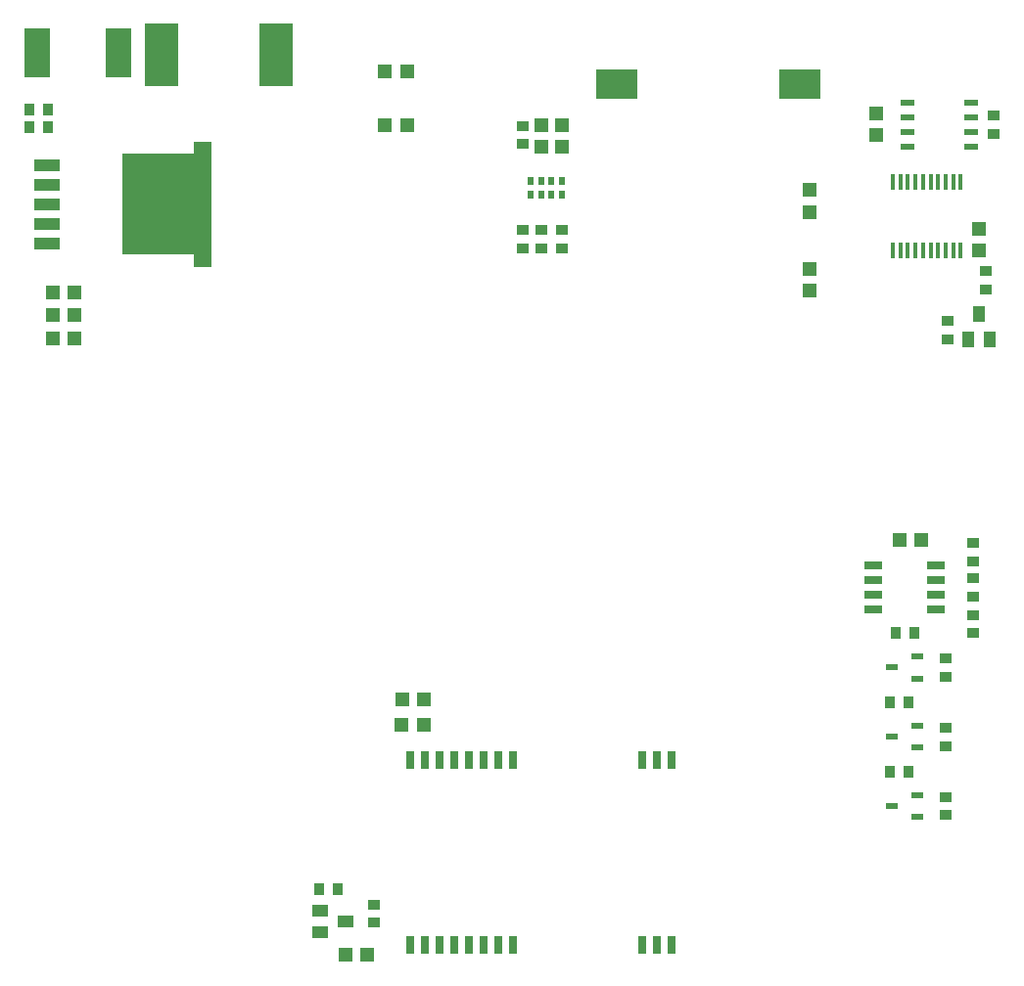
<source format=gtp>
G04*
G04 #@! TF.GenerationSoftware,Altium Limited,Altium Designer,24.5.2 (23)*
G04*
G04 Layer_Color=8421504*
%FSLAX25Y25*%
%MOIN*%
G70*
G04*
G04 #@! TF.SameCoordinates,D9AB97F9-1AC5-4164-BAAC-020872C2D9A0*
G04*
G04*
G04 #@! TF.FilePolarity,Positive*
G04*
G01*
G75*
%ADD16R,0.04724X0.05118*%
%ADD17R,0.08504X0.04213*%
%ADD18R,0.03937X0.05512*%
%ADD19R,0.05512X0.03937*%
%ADD20R,0.03150X0.05906*%
%ADD21R,0.14173X0.10236*%
%ADD22R,0.01772X0.05709*%
%ADD23R,0.01968X0.03150*%
%ADD24R,0.04016X0.03701*%
%ADD25R,0.05118X0.04724*%
%ADD26R,0.03701X0.04016*%
%ADD27R,0.11417X0.21260*%
%ADD28R,0.08661X0.16929*%
%ADD29R,0.04134X0.02362*%
%ADD30R,0.06016X0.02559*%
%ADD31R,0.05118X0.02362*%
G36*
X153616Y240951D02*
X147829D01*
Y245085D01*
X123419D01*
Y279337D01*
X147829D01*
Y283471D01*
X153616D01*
Y240951D01*
D02*
G37*
D16*
X107087Y216535D02*
D03*
X99606D02*
D03*
Y224410D02*
D03*
X107087D02*
D03*
X99606Y232283D02*
D03*
X107087D02*
D03*
X218465Y84646D02*
D03*
X225945D02*
D03*
X220286Y307424D02*
D03*
X212806D02*
D03*
X206754Y6344D02*
D03*
X199274D02*
D03*
X220286Y289075D02*
D03*
X212806D02*
D03*
X218701Y93341D02*
D03*
X226181D02*
D03*
X395472Y147638D02*
D03*
X387992D02*
D03*
D17*
X97829Y248825D02*
D03*
Y255518D02*
D03*
Y262211D02*
D03*
Y268904D02*
D03*
Y275597D02*
D03*
D18*
X411221Y216138D02*
D03*
X418701D02*
D03*
X414961Y224799D02*
D03*
D19*
X190551Y21457D02*
D03*
Y13976D02*
D03*
X199213Y17717D02*
D03*
D20*
X251220Y72835D02*
D03*
X246220D02*
D03*
X241220D02*
D03*
X236221D02*
D03*
X231221D02*
D03*
X226220D02*
D03*
X221220D02*
D03*
X256221D02*
D03*
X226220Y9843D02*
D03*
X231221D02*
D03*
X236221D02*
D03*
X241220D02*
D03*
X246220D02*
D03*
X251220D02*
D03*
X256221D02*
D03*
X221220D02*
D03*
X300197Y72835D02*
D03*
X305197D02*
D03*
X310197D02*
D03*
X300197Y9843D02*
D03*
X305197D02*
D03*
X310197D02*
D03*
D21*
X291752Y303150D02*
D03*
X353917D02*
D03*
D22*
X385729Y246440D02*
D03*
X388287D02*
D03*
X390847D02*
D03*
X393406D02*
D03*
X395965D02*
D03*
X398524D02*
D03*
X401083D02*
D03*
X403642D02*
D03*
X406201D02*
D03*
X408760D02*
D03*
X385729Y269668D02*
D03*
X388287D02*
D03*
X390847D02*
D03*
X393406D02*
D03*
X395965D02*
D03*
X398524D02*
D03*
X401083D02*
D03*
X403642D02*
D03*
X406201D02*
D03*
X408760D02*
D03*
D23*
X262402Y270079D02*
D03*
X265945D02*
D03*
X269488D02*
D03*
X273031D02*
D03*
Y265354D02*
D03*
X269488D02*
D03*
X265945D02*
D03*
X262402D02*
D03*
D24*
X259693Y282659D02*
D03*
Y288880D02*
D03*
Y247195D02*
D03*
Y253415D02*
D03*
X266071Y247195D02*
D03*
Y253415D02*
D03*
X273012Y247195D02*
D03*
Y253415D02*
D03*
X208895Y23586D02*
D03*
Y17365D02*
D03*
X413175Y146632D02*
D03*
Y140412D02*
D03*
Y128595D02*
D03*
Y134815D02*
D03*
X404228Y222481D02*
D03*
Y216261D02*
D03*
X417323Y239331D02*
D03*
Y233110D02*
D03*
X420130Y292480D02*
D03*
Y286260D02*
D03*
X413175Y115984D02*
D03*
Y122205D02*
D03*
X403543Y77598D02*
D03*
Y83819D02*
D03*
Y53976D02*
D03*
Y60197D02*
D03*
Y101221D02*
D03*
Y107441D02*
D03*
D25*
X273012Y281792D02*
D03*
Y289272D02*
D03*
X266071Y281792D02*
D03*
Y289272D02*
D03*
X414961Y246440D02*
D03*
Y253920D02*
D03*
X357465Y259558D02*
D03*
Y267038D02*
D03*
Y240268D02*
D03*
Y232787D02*
D03*
X379910Y285630D02*
D03*
Y293110D02*
D03*
D26*
X196725Y28799D02*
D03*
X190504D02*
D03*
X91845Y288430D02*
D03*
X98066D02*
D03*
X98066Y294335D02*
D03*
X91845D02*
D03*
X386653Y116142D02*
D03*
X392874D02*
D03*
X390905Y92520D02*
D03*
X384685D02*
D03*
X390905Y68898D02*
D03*
X384685D02*
D03*
D27*
X175575Y313072D02*
D03*
X136599D02*
D03*
D28*
X121885Y313677D02*
D03*
X94325D02*
D03*
D29*
X385433Y80709D02*
D03*
X394094Y84449D02*
D03*
Y76968D02*
D03*
X393898Y100591D02*
D03*
Y108071D02*
D03*
X385236Y104331D02*
D03*
X394094Y53347D02*
D03*
Y60827D02*
D03*
X385433Y57087D02*
D03*
D30*
X378894Y139205D02*
D03*
Y134205D02*
D03*
Y129205D02*
D03*
Y124205D02*
D03*
X400240D02*
D03*
Y129205D02*
D03*
Y134205D02*
D03*
Y139205D02*
D03*
D31*
X390748Y296870D02*
D03*
Y291870D02*
D03*
Y286870D02*
D03*
Y281870D02*
D03*
X412402Y296870D02*
D03*
Y291870D02*
D03*
Y286870D02*
D03*
Y281870D02*
D03*
M02*

</source>
